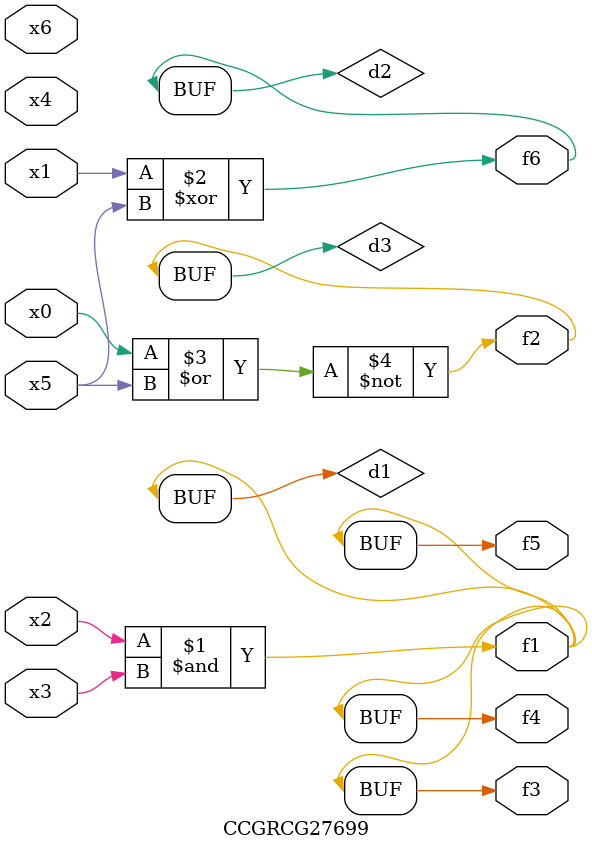
<source format=v>
module CCGRCG27699(
	input x0, x1, x2, x3, x4, x5, x6,
	output f1, f2, f3, f4, f5, f6
);

	wire d1, d2, d3;

	and (d1, x2, x3);
	xor (d2, x1, x5);
	nor (d3, x0, x5);
	assign f1 = d1;
	assign f2 = d3;
	assign f3 = d1;
	assign f4 = d1;
	assign f5 = d1;
	assign f6 = d2;
endmodule

</source>
